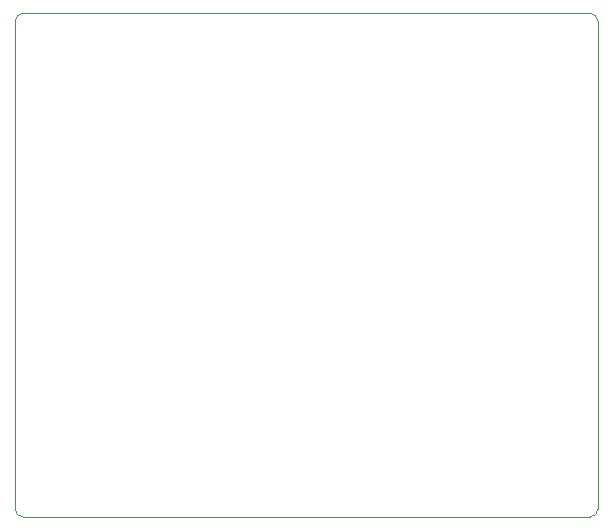
<source format=gbr>
%TF.GenerationSoftware,KiCad,Pcbnew,7.0.6*%
%TF.CreationDate,2023-07-30T21:01:10-06:00*%
%TF.ProjectId,current_sink_swim,63757272-656e-4745-9f73-696e6b5f7377,rev?*%
%TF.SameCoordinates,Original*%
%TF.FileFunction,Profile,NP*%
%FSLAX46Y46*%
G04 Gerber Fmt 4.6, Leading zero omitted, Abs format (unit mm)*
G04 Created by KiCad (PCBNEW 7.0.6) date 2023-07-30 21:01:10*
%MOMM*%
%LPD*%
G01*
G04 APERTURE LIST*
%TA.AperFunction,Profile*%
%ADD10C,0.100000*%
%TD*%
G04 APERTURE END LIST*
D10*
X155473400Y-71577200D02*
X107416600Y-71577200D01*
X156108400Y-29591000D02*
X156108400Y-70942200D01*
X107416600Y-28956000D02*
X155473400Y-28956000D01*
X106781600Y-70942200D02*
X106781600Y-29591000D01*
X106781600Y-70942200D02*
G75*
G03*
X107416600Y-71577200I635000J0D01*
G01*
X107416600Y-28956000D02*
G75*
G03*
X106781600Y-29591000I0J-635000D01*
G01*
X156108400Y-29591000D02*
G75*
G03*
X155473400Y-28956000I-635000J0D01*
G01*
X155473400Y-71577200D02*
G75*
G03*
X156108400Y-70942200I0J635000D01*
G01*
M02*

</source>
